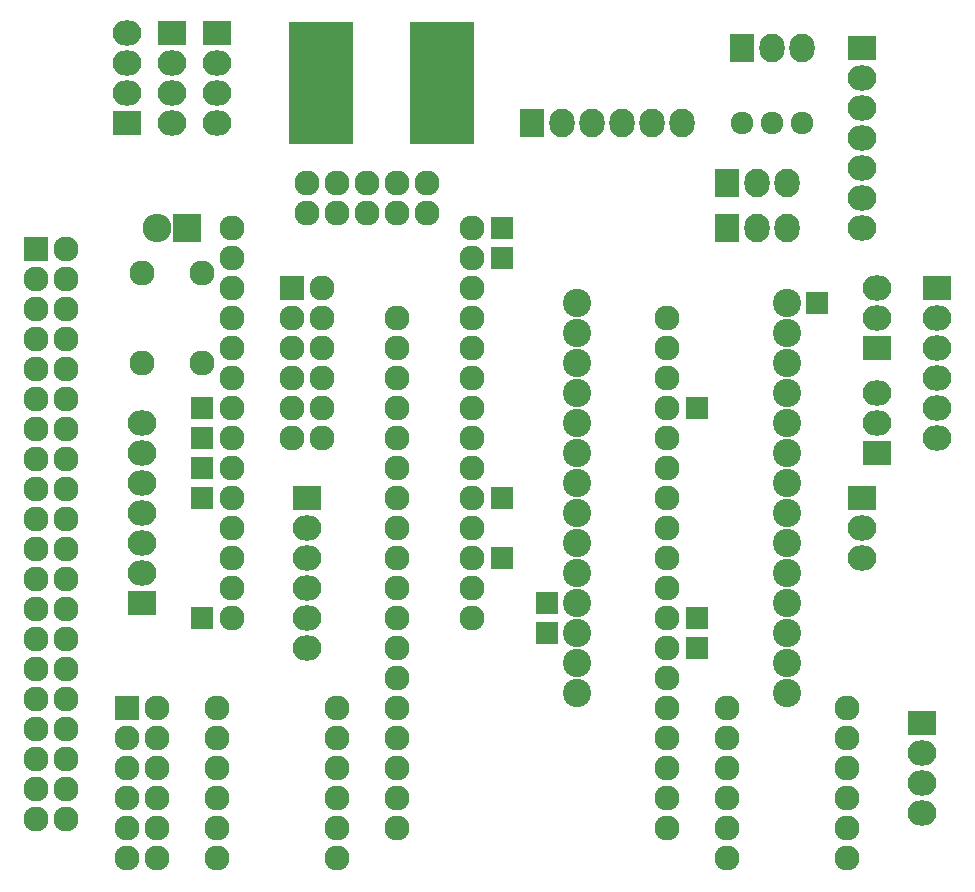
<source format=gbr>
G04 #@! TF.FileFunction,Soldermask,Top*
%FSLAX46Y46*%
G04 Gerber Fmt 4.6, Leading zero omitted, Abs format (unit mm)*
G04 Created by KiCad (PCBNEW 4.0.7+dfsg1-1~bpo8+1) date Mon Jun  4 12:39:51 2018*
%MOMM*%
%LPD*%
G01*
G04 APERTURE LIST*
%ADD10C,0.100000*%
%ADD11R,2.432000X2.127200*%
%ADD12O,2.432000X2.127200*%
%ADD13R,5.400000X10.400000*%
%ADD14R,1.900000X1.900000*%
%ADD15R,2.432000X2.432000*%
%ADD16O,2.432000X2.432000*%
%ADD17R,2.127200X2.127200*%
%ADD18O,2.127200X2.127200*%
%ADD19R,2.127200X2.432000*%
%ADD20O,2.127200X2.432000*%
%ADD21C,1.924000*%
%ADD22C,2.400000*%
%ADD23C,2.127200*%
G04 APERTURE END LIST*
D10*
D11*
X179070000Y-97790000D03*
D12*
X179070000Y-100330000D03*
X179070000Y-102870000D03*
D11*
X179070000Y-59690000D03*
D12*
X179070000Y-62230000D03*
X179070000Y-64770000D03*
X179070000Y-67310000D03*
X179070000Y-69850000D03*
X179070000Y-72390000D03*
X179070000Y-74930000D03*
D13*
X133223000Y-62611000D03*
X143510000Y-62611000D03*
D14*
X123190000Y-107950000D03*
X123190000Y-97790000D03*
X123190000Y-95250000D03*
X123190000Y-92710000D03*
X123190000Y-90170000D03*
X148590000Y-102870000D03*
X148590000Y-97790000D03*
X148590000Y-77470000D03*
X148590000Y-74930000D03*
X175260000Y-81280000D03*
X152400000Y-106680000D03*
X152400000Y-109220000D03*
X165100000Y-90170000D03*
X165100000Y-107950000D03*
X165100000Y-110490000D03*
D15*
X121920000Y-74930000D03*
D16*
X119380000Y-74930000D03*
D17*
X116840000Y-115570000D03*
D18*
X119380000Y-115570000D03*
X116840000Y-118110000D03*
X119380000Y-118110000D03*
X116840000Y-120650000D03*
X119380000Y-120650000D03*
X116840000Y-123190000D03*
X119380000Y-123190000D03*
X116840000Y-125730000D03*
X119380000Y-125730000D03*
X116840000Y-128270000D03*
X119380000Y-128270000D03*
D17*
X130810000Y-80010000D03*
D18*
X133350000Y-80010000D03*
X130810000Y-82550000D03*
X133350000Y-82550000D03*
X130810000Y-85090000D03*
X133350000Y-85090000D03*
X130810000Y-87630000D03*
X133350000Y-87630000D03*
X130810000Y-90170000D03*
X133350000Y-90170000D03*
X130810000Y-92710000D03*
X133350000Y-92710000D03*
D11*
X120650000Y-58420000D03*
D12*
X120650000Y-60960000D03*
X120650000Y-63500000D03*
X120650000Y-66040000D03*
D11*
X132080000Y-97790000D03*
D12*
X132080000Y-100330000D03*
X132080000Y-102870000D03*
X132080000Y-105410000D03*
X132080000Y-107950000D03*
X132080000Y-110490000D03*
D11*
X124460000Y-58420000D03*
D12*
X124460000Y-60960000D03*
X124460000Y-63500000D03*
X124460000Y-66040000D03*
D11*
X118110000Y-106680000D03*
D12*
X118110000Y-104140000D03*
X118110000Y-101600000D03*
X118110000Y-99060000D03*
X118110000Y-96520000D03*
X118110000Y-93980000D03*
X118110000Y-91440000D03*
D11*
X185420000Y-80010000D03*
D12*
X185420000Y-82550000D03*
X185420000Y-85090000D03*
X185420000Y-87630000D03*
X185420000Y-90170000D03*
X185420000Y-92710000D03*
D19*
X151130000Y-66040000D03*
D20*
X153670000Y-66040000D03*
X156210000Y-66040000D03*
X158750000Y-66040000D03*
X161290000Y-66040000D03*
X163830000Y-66040000D03*
D19*
X168910000Y-59690000D03*
D20*
X171450000Y-59690000D03*
X173990000Y-59690000D03*
D11*
X184150000Y-116840000D03*
D12*
X184150000Y-119380000D03*
X184150000Y-121920000D03*
X184150000Y-124460000D03*
D19*
X167640000Y-74930000D03*
D20*
X170180000Y-74930000D03*
X172720000Y-74930000D03*
D19*
X167640000Y-71120000D03*
D20*
X170180000Y-71120000D03*
X172720000Y-71120000D03*
D11*
X180340000Y-93980000D03*
D12*
X180340000Y-91440000D03*
X180340000Y-88900000D03*
D11*
X180340000Y-85090000D03*
D12*
X180340000Y-82550000D03*
X180340000Y-80010000D03*
D11*
X116840000Y-66040000D03*
D12*
X116840000Y-63500000D03*
X116840000Y-60960000D03*
X116840000Y-58420000D03*
D21*
X171450000Y-66040000D03*
X173990000Y-66040000D03*
X168910000Y-66040000D03*
D17*
X109093000Y-76708000D03*
D18*
X111633000Y-76708000D03*
X109093000Y-79248000D03*
X111633000Y-79248000D03*
X109093000Y-81788000D03*
X111633000Y-81788000D03*
X109093000Y-84328000D03*
X111633000Y-84328000D03*
X109093000Y-86868000D03*
X111633000Y-86868000D03*
X109093000Y-89408000D03*
X111633000Y-89408000D03*
X109093000Y-91948000D03*
X111633000Y-91948000D03*
X109093000Y-94488000D03*
X111633000Y-94488000D03*
X109093000Y-97028000D03*
X111633000Y-97028000D03*
X109093000Y-99568000D03*
X111633000Y-99568000D03*
X109093000Y-102108000D03*
X111633000Y-102108000D03*
X109093000Y-104648000D03*
X111633000Y-104648000D03*
X109093000Y-107188000D03*
X111633000Y-107188000D03*
X109093000Y-109728000D03*
X111633000Y-109728000D03*
X109093000Y-112268000D03*
X111633000Y-112268000D03*
X109093000Y-114808000D03*
X111633000Y-114808000D03*
X109093000Y-117348000D03*
X111633000Y-117348000D03*
X109093000Y-119888000D03*
X111633000Y-119888000D03*
X109093000Y-122428000D03*
X111633000Y-122428000D03*
X109093000Y-124968000D03*
X111633000Y-124968000D03*
D22*
X172720000Y-81280000D03*
X172720000Y-83820000D03*
X172720000Y-86360000D03*
X172720000Y-88900000D03*
X172720000Y-91440000D03*
X172720000Y-93980000D03*
X172720000Y-96520000D03*
X172720000Y-99060000D03*
X172720000Y-101600000D03*
X172720000Y-104140000D03*
X172720000Y-106680000D03*
X172720000Y-109220000D03*
X172720000Y-111760000D03*
X172720000Y-114300000D03*
X154940000Y-114300000D03*
X154940000Y-111760000D03*
X154940000Y-109220000D03*
X154940000Y-106680000D03*
X154940000Y-104140000D03*
X154940000Y-101600000D03*
X154940000Y-99060000D03*
X154940000Y-96520000D03*
X154940000Y-93980000D03*
X154940000Y-91440000D03*
X154940000Y-88900000D03*
X154940000Y-86360000D03*
X154940000Y-83820000D03*
X154940000Y-81280000D03*
D23*
X118110000Y-86360000D03*
X118110000Y-78740000D03*
X123190000Y-78740000D03*
X123190000Y-86360000D03*
X124460000Y-115570000D03*
X124460000Y-118110000D03*
X124460000Y-120650000D03*
X124460000Y-123190000D03*
X124460000Y-125730000D03*
X124460000Y-128270000D03*
X134620000Y-128270000D03*
X134620000Y-125730000D03*
X134620000Y-123190000D03*
X134620000Y-120650000D03*
X134620000Y-118110000D03*
X134620000Y-115570000D03*
X167640000Y-115570000D03*
X167640000Y-118110000D03*
X167640000Y-120650000D03*
X167640000Y-123190000D03*
X167640000Y-125730000D03*
X167640000Y-128270000D03*
X177800000Y-128270000D03*
X177800000Y-125730000D03*
X177800000Y-123190000D03*
X177800000Y-120650000D03*
X177800000Y-118110000D03*
X177800000Y-115570000D03*
X162560000Y-125730000D03*
X162560000Y-123190000D03*
X162560000Y-120650000D03*
X162560000Y-118110000D03*
X162560000Y-115570000D03*
X162560000Y-113030000D03*
X162560000Y-110490000D03*
X162560000Y-107950000D03*
X162560000Y-105410000D03*
X162560000Y-102870000D03*
X162560000Y-100330000D03*
X162560000Y-97790000D03*
X162560000Y-95250000D03*
X162560000Y-92710000D03*
X162560000Y-90170000D03*
X162560000Y-87630000D03*
X162560000Y-85090000D03*
X162560000Y-82550000D03*
X139700000Y-125730000D03*
X139700000Y-123190000D03*
X139700000Y-120650000D03*
X139700000Y-118110000D03*
X139700000Y-115570000D03*
X139700000Y-113030000D03*
X139700000Y-110490000D03*
X139700000Y-107950000D03*
X139700000Y-105410000D03*
X139700000Y-102870000D03*
X139700000Y-100330000D03*
X139700000Y-97790000D03*
X139700000Y-95250000D03*
X139700000Y-92710000D03*
X139700000Y-90170000D03*
X139700000Y-87630000D03*
X139700000Y-85090000D03*
X139700000Y-82550000D03*
X142240000Y-71120000D03*
X142240000Y-73660000D03*
X139700000Y-71120000D03*
X139700000Y-73660000D03*
X137160000Y-71120000D03*
X137160000Y-73660000D03*
X134620000Y-71120000D03*
X134620000Y-73660000D03*
X132080000Y-71120000D03*
X132080000Y-73660000D03*
X125730000Y-107950000D03*
X125730000Y-105410000D03*
X125730000Y-102870000D03*
X125730000Y-100330000D03*
X125730000Y-97790000D03*
X125730000Y-95250000D03*
X125730000Y-92710000D03*
X125730000Y-90170000D03*
X125730000Y-87630000D03*
X125730000Y-85090000D03*
X125730000Y-82550000D03*
X125730000Y-80010000D03*
X125730000Y-77470000D03*
X125730000Y-74930000D03*
X146050000Y-74930000D03*
X146050000Y-77470000D03*
X146050000Y-80010000D03*
X146050000Y-82550000D03*
X146050000Y-85090000D03*
X146050000Y-87630000D03*
X146050000Y-90170000D03*
X146050000Y-92710000D03*
X146050000Y-95250000D03*
X146050000Y-97790000D03*
X146050000Y-100330000D03*
X146050000Y-102870000D03*
X146050000Y-105410000D03*
X146050000Y-107950000D03*
M02*

</source>
